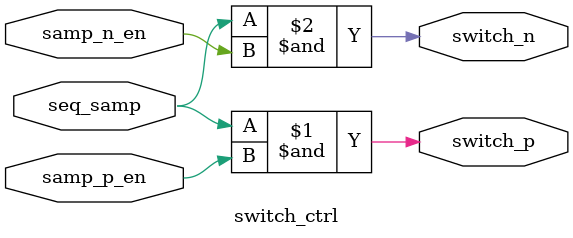
<source format=v>

module switch_ctrl (
    // Input signals
    input  wire seq_samp,      // Sequence sampling signal - determines turn on/off timing
    input  wire samp_p_en,     // Enable for p-side switch control
    input  wire samp_n_en,     // Enable for n-side switch control
    
    // Output signals
    output wire switch_p,      // P-side switch control output
    output wire switch_n       // N-side switch control output
);

    // P-side switch control
    // Active when both seq_samp is active AND samp_p_en is enabled
    assign switch_p = seq_samp & samp_p_en;
    
    // N-side switch control  
    // Active when both seq_samp is active AND samp_n_en is enabled
    assign switch_n = seq_samp & samp_n_en;

endmodule

</source>
